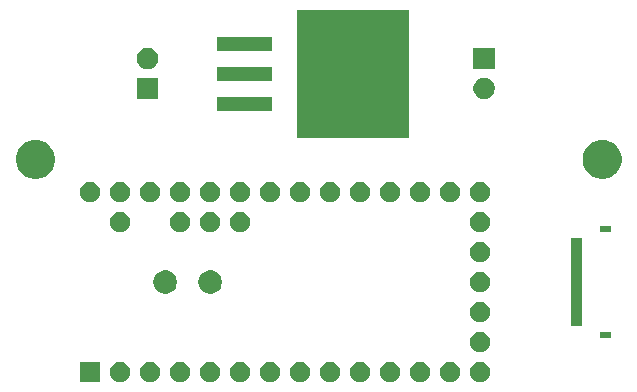
<source format=gbr>
G04 #@! TF.GenerationSoftware,KiCad,Pcbnew,(5.1.5)-2*
G04 #@! TF.CreationDate,2019-12-03T22:48:31+10:00*
G04 #@! TF.ProjectId,teensy-carrier,7465656e-7379-42d6-9361-72726965722e,rev?*
G04 #@! TF.SameCoordinates,Original*
G04 #@! TF.FileFunction,Soldermask,Top*
G04 #@! TF.FilePolarity,Negative*
%FSLAX46Y46*%
G04 Gerber Fmt 4.6, Leading zero omitted, Abs format (unit mm)*
G04 Created by KiCad (PCBNEW (5.1.5)-2) date 2019-12-03 22:48:31*
%MOMM*%
%LPD*%
G04 APERTURE LIST*
%ADD10C,0.100000*%
G04 APERTURE END LIST*
D10*
G36*
X708908228Y-396691703D02*
G01*
X709063100Y-396755853D01*
X709202481Y-396848985D01*
X709321015Y-396967519D01*
X709414147Y-397106900D01*
X709478297Y-397261772D01*
X709511000Y-397426184D01*
X709511000Y-397593816D01*
X709478297Y-397758228D01*
X709414147Y-397913100D01*
X709321015Y-398052481D01*
X709202481Y-398171015D01*
X709063100Y-398264147D01*
X708908228Y-398328297D01*
X708743816Y-398361000D01*
X708576184Y-398361000D01*
X708411772Y-398328297D01*
X708256900Y-398264147D01*
X708117519Y-398171015D01*
X707998985Y-398052481D01*
X707905853Y-397913100D01*
X707841703Y-397758228D01*
X707809000Y-397593816D01*
X707809000Y-397426184D01*
X707841703Y-397261772D01*
X707905853Y-397106900D01*
X707998985Y-396967519D01*
X708117519Y-396848985D01*
X708256900Y-396755853D01*
X708411772Y-396691703D01*
X708576184Y-396659000D01*
X708743816Y-396659000D01*
X708908228Y-396691703D01*
G37*
G36*
X706368228Y-396691703D02*
G01*
X706523100Y-396755853D01*
X706662481Y-396848985D01*
X706781015Y-396967519D01*
X706874147Y-397106900D01*
X706938297Y-397261772D01*
X706971000Y-397426184D01*
X706971000Y-397593816D01*
X706938297Y-397758228D01*
X706874147Y-397913100D01*
X706781015Y-398052481D01*
X706662481Y-398171015D01*
X706523100Y-398264147D01*
X706368228Y-398328297D01*
X706203816Y-398361000D01*
X706036184Y-398361000D01*
X705871772Y-398328297D01*
X705716900Y-398264147D01*
X705577519Y-398171015D01*
X705458985Y-398052481D01*
X705365853Y-397913100D01*
X705301703Y-397758228D01*
X705269000Y-397593816D01*
X705269000Y-397426184D01*
X705301703Y-397261772D01*
X705365853Y-397106900D01*
X705458985Y-396967519D01*
X705577519Y-396848985D01*
X705716900Y-396755853D01*
X705871772Y-396691703D01*
X706036184Y-396659000D01*
X706203816Y-396659000D01*
X706368228Y-396691703D01*
G37*
G36*
X703828228Y-396691703D02*
G01*
X703983100Y-396755853D01*
X704122481Y-396848985D01*
X704241015Y-396967519D01*
X704334147Y-397106900D01*
X704398297Y-397261772D01*
X704431000Y-397426184D01*
X704431000Y-397593816D01*
X704398297Y-397758228D01*
X704334147Y-397913100D01*
X704241015Y-398052481D01*
X704122481Y-398171015D01*
X703983100Y-398264147D01*
X703828228Y-398328297D01*
X703663816Y-398361000D01*
X703496184Y-398361000D01*
X703331772Y-398328297D01*
X703176900Y-398264147D01*
X703037519Y-398171015D01*
X702918985Y-398052481D01*
X702825853Y-397913100D01*
X702761703Y-397758228D01*
X702729000Y-397593816D01*
X702729000Y-397426184D01*
X702761703Y-397261772D01*
X702825853Y-397106900D01*
X702918985Y-396967519D01*
X703037519Y-396848985D01*
X703176900Y-396755853D01*
X703331772Y-396691703D01*
X703496184Y-396659000D01*
X703663816Y-396659000D01*
X703828228Y-396691703D01*
G37*
G36*
X701288228Y-396691703D02*
G01*
X701443100Y-396755853D01*
X701582481Y-396848985D01*
X701701015Y-396967519D01*
X701794147Y-397106900D01*
X701858297Y-397261772D01*
X701891000Y-397426184D01*
X701891000Y-397593816D01*
X701858297Y-397758228D01*
X701794147Y-397913100D01*
X701701015Y-398052481D01*
X701582481Y-398171015D01*
X701443100Y-398264147D01*
X701288228Y-398328297D01*
X701123816Y-398361000D01*
X700956184Y-398361000D01*
X700791772Y-398328297D01*
X700636900Y-398264147D01*
X700497519Y-398171015D01*
X700378985Y-398052481D01*
X700285853Y-397913100D01*
X700221703Y-397758228D01*
X700189000Y-397593816D01*
X700189000Y-397426184D01*
X700221703Y-397261772D01*
X700285853Y-397106900D01*
X700378985Y-396967519D01*
X700497519Y-396848985D01*
X700636900Y-396755853D01*
X700791772Y-396691703D01*
X700956184Y-396659000D01*
X701123816Y-396659000D01*
X701288228Y-396691703D01*
G37*
G36*
X698748228Y-396691703D02*
G01*
X698903100Y-396755853D01*
X699042481Y-396848985D01*
X699161015Y-396967519D01*
X699254147Y-397106900D01*
X699318297Y-397261772D01*
X699351000Y-397426184D01*
X699351000Y-397593816D01*
X699318297Y-397758228D01*
X699254147Y-397913100D01*
X699161015Y-398052481D01*
X699042481Y-398171015D01*
X698903100Y-398264147D01*
X698748228Y-398328297D01*
X698583816Y-398361000D01*
X698416184Y-398361000D01*
X698251772Y-398328297D01*
X698096900Y-398264147D01*
X697957519Y-398171015D01*
X697838985Y-398052481D01*
X697745853Y-397913100D01*
X697681703Y-397758228D01*
X697649000Y-397593816D01*
X697649000Y-397426184D01*
X697681703Y-397261772D01*
X697745853Y-397106900D01*
X697838985Y-396967519D01*
X697957519Y-396848985D01*
X698096900Y-396755853D01*
X698251772Y-396691703D01*
X698416184Y-396659000D01*
X698583816Y-396659000D01*
X698748228Y-396691703D01*
G37*
G36*
X696208228Y-396691703D02*
G01*
X696363100Y-396755853D01*
X696502481Y-396848985D01*
X696621015Y-396967519D01*
X696714147Y-397106900D01*
X696778297Y-397261772D01*
X696811000Y-397426184D01*
X696811000Y-397593816D01*
X696778297Y-397758228D01*
X696714147Y-397913100D01*
X696621015Y-398052481D01*
X696502481Y-398171015D01*
X696363100Y-398264147D01*
X696208228Y-398328297D01*
X696043816Y-398361000D01*
X695876184Y-398361000D01*
X695711772Y-398328297D01*
X695556900Y-398264147D01*
X695417519Y-398171015D01*
X695298985Y-398052481D01*
X695205853Y-397913100D01*
X695141703Y-397758228D01*
X695109000Y-397593816D01*
X695109000Y-397426184D01*
X695141703Y-397261772D01*
X695205853Y-397106900D01*
X695298985Y-396967519D01*
X695417519Y-396848985D01*
X695556900Y-396755853D01*
X695711772Y-396691703D01*
X695876184Y-396659000D01*
X696043816Y-396659000D01*
X696208228Y-396691703D01*
G37*
G36*
X693668228Y-396691703D02*
G01*
X693823100Y-396755853D01*
X693962481Y-396848985D01*
X694081015Y-396967519D01*
X694174147Y-397106900D01*
X694238297Y-397261772D01*
X694271000Y-397426184D01*
X694271000Y-397593816D01*
X694238297Y-397758228D01*
X694174147Y-397913100D01*
X694081015Y-398052481D01*
X693962481Y-398171015D01*
X693823100Y-398264147D01*
X693668228Y-398328297D01*
X693503816Y-398361000D01*
X693336184Y-398361000D01*
X693171772Y-398328297D01*
X693016900Y-398264147D01*
X692877519Y-398171015D01*
X692758985Y-398052481D01*
X692665853Y-397913100D01*
X692601703Y-397758228D01*
X692569000Y-397593816D01*
X692569000Y-397426184D01*
X692601703Y-397261772D01*
X692665853Y-397106900D01*
X692758985Y-396967519D01*
X692877519Y-396848985D01*
X693016900Y-396755853D01*
X693171772Y-396691703D01*
X693336184Y-396659000D01*
X693503816Y-396659000D01*
X693668228Y-396691703D01*
G37*
G36*
X691128228Y-396691703D02*
G01*
X691283100Y-396755853D01*
X691422481Y-396848985D01*
X691541015Y-396967519D01*
X691634147Y-397106900D01*
X691698297Y-397261772D01*
X691731000Y-397426184D01*
X691731000Y-397593816D01*
X691698297Y-397758228D01*
X691634147Y-397913100D01*
X691541015Y-398052481D01*
X691422481Y-398171015D01*
X691283100Y-398264147D01*
X691128228Y-398328297D01*
X690963816Y-398361000D01*
X690796184Y-398361000D01*
X690631772Y-398328297D01*
X690476900Y-398264147D01*
X690337519Y-398171015D01*
X690218985Y-398052481D01*
X690125853Y-397913100D01*
X690061703Y-397758228D01*
X690029000Y-397593816D01*
X690029000Y-397426184D01*
X690061703Y-397261772D01*
X690125853Y-397106900D01*
X690218985Y-396967519D01*
X690337519Y-396848985D01*
X690476900Y-396755853D01*
X690631772Y-396691703D01*
X690796184Y-396659000D01*
X690963816Y-396659000D01*
X691128228Y-396691703D01*
G37*
G36*
X688588228Y-396691703D02*
G01*
X688743100Y-396755853D01*
X688882481Y-396848985D01*
X689001015Y-396967519D01*
X689094147Y-397106900D01*
X689158297Y-397261772D01*
X689191000Y-397426184D01*
X689191000Y-397593816D01*
X689158297Y-397758228D01*
X689094147Y-397913100D01*
X689001015Y-398052481D01*
X688882481Y-398171015D01*
X688743100Y-398264147D01*
X688588228Y-398328297D01*
X688423816Y-398361000D01*
X688256184Y-398361000D01*
X688091772Y-398328297D01*
X687936900Y-398264147D01*
X687797519Y-398171015D01*
X687678985Y-398052481D01*
X687585853Y-397913100D01*
X687521703Y-397758228D01*
X687489000Y-397593816D01*
X687489000Y-397426184D01*
X687521703Y-397261772D01*
X687585853Y-397106900D01*
X687678985Y-396967519D01*
X687797519Y-396848985D01*
X687936900Y-396755853D01*
X688091772Y-396691703D01*
X688256184Y-396659000D01*
X688423816Y-396659000D01*
X688588228Y-396691703D01*
G37*
G36*
X686048228Y-396691703D02*
G01*
X686203100Y-396755853D01*
X686342481Y-396848985D01*
X686461015Y-396967519D01*
X686554147Y-397106900D01*
X686618297Y-397261772D01*
X686651000Y-397426184D01*
X686651000Y-397593816D01*
X686618297Y-397758228D01*
X686554147Y-397913100D01*
X686461015Y-398052481D01*
X686342481Y-398171015D01*
X686203100Y-398264147D01*
X686048228Y-398328297D01*
X685883816Y-398361000D01*
X685716184Y-398361000D01*
X685551772Y-398328297D01*
X685396900Y-398264147D01*
X685257519Y-398171015D01*
X685138985Y-398052481D01*
X685045853Y-397913100D01*
X684981703Y-397758228D01*
X684949000Y-397593816D01*
X684949000Y-397426184D01*
X684981703Y-397261772D01*
X685045853Y-397106900D01*
X685138985Y-396967519D01*
X685257519Y-396848985D01*
X685396900Y-396755853D01*
X685551772Y-396691703D01*
X685716184Y-396659000D01*
X685883816Y-396659000D01*
X686048228Y-396691703D01*
G37*
G36*
X683508228Y-396691703D02*
G01*
X683663100Y-396755853D01*
X683802481Y-396848985D01*
X683921015Y-396967519D01*
X684014147Y-397106900D01*
X684078297Y-397261772D01*
X684111000Y-397426184D01*
X684111000Y-397593816D01*
X684078297Y-397758228D01*
X684014147Y-397913100D01*
X683921015Y-398052481D01*
X683802481Y-398171015D01*
X683663100Y-398264147D01*
X683508228Y-398328297D01*
X683343816Y-398361000D01*
X683176184Y-398361000D01*
X683011772Y-398328297D01*
X682856900Y-398264147D01*
X682717519Y-398171015D01*
X682598985Y-398052481D01*
X682505853Y-397913100D01*
X682441703Y-397758228D01*
X682409000Y-397593816D01*
X682409000Y-397426184D01*
X682441703Y-397261772D01*
X682505853Y-397106900D01*
X682598985Y-396967519D01*
X682717519Y-396848985D01*
X682856900Y-396755853D01*
X683011772Y-396691703D01*
X683176184Y-396659000D01*
X683343816Y-396659000D01*
X683508228Y-396691703D01*
G37*
G36*
X680968228Y-396691703D02*
G01*
X681123100Y-396755853D01*
X681262481Y-396848985D01*
X681381015Y-396967519D01*
X681474147Y-397106900D01*
X681538297Y-397261772D01*
X681571000Y-397426184D01*
X681571000Y-397593816D01*
X681538297Y-397758228D01*
X681474147Y-397913100D01*
X681381015Y-398052481D01*
X681262481Y-398171015D01*
X681123100Y-398264147D01*
X680968228Y-398328297D01*
X680803816Y-398361000D01*
X680636184Y-398361000D01*
X680471772Y-398328297D01*
X680316900Y-398264147D01*
X680177519Y-398171015D01*
X680058985Y-398052481D01*
X679965853Y-397913100D01*
X679901703Y-397758228D01*
X679869000Y-397593816D01*
X679869000Y-397426184D01*
X679901703Y-397261772D01*
X679965853Y-397106900D01*
X680058985Y-396967519D01*
X680177519Y-396848985D01*
X680316900Y-396755853D01*
X680471772Y-396691703D01*
X680636184Y-396659000D01*
X680803816Y-396659000D01*
X680968228Y-396691703D01*
G37*
G36*
X678428228Y-396691703D02*
G01*
X678583100Y-396755853D01*
X678722481Y-396848985D01*
X678841015Y-396967519D01*
X678934147Y-397106900D01*
X678998297Y-397261772D01*
X679031000Y-397426184D01*
X679031000Y-397593816D01*
X678998297Y-397758228D01*
X678934147Y-397913100D01*
X678841015Y-398052481D01*
X678722481Y-398171015D01*
X678583100Y-398264147D01*
X678428228Y-398328297D01*
X678263816Y-398361000D01*
X678096184Y-398361000D01*
X677931772Y-398328297D01*
X677776900Y-398264147D01*
X677637519Y-398171015D01*
X677518985Y-398052481D01*
X677425853Y-397913100D01*
X677361703Y-397758228D01*
X677329000Y-397593816D01*
X677329000Y-397426184D01*
X677361703Y-397261772D01*
X677425853Y-397106900D01*
X677518985Y-396967519D01*
X677637519Y-396848985D01*
X677776900Y-396755853D01*
X677931772Y-396691703D01*
X678096184Y-396659000D01*
X678263816Y-396659000D01*
X678428228Y-396691703D01*
G37*
G36*
X676491000Y-398361000D02*
G01*
X674789000Y-398361000D01*
X674789000Y-396659000D01*
X676491000Y-396659000D01*
X676491000Y-398361000D01*
G37*
G36*
X708908228Y-394151703D02*
G01*
X709063100Y-394215853D01*
X709202481Y-394308985D01*
X709321015Y-394427519D01*
X709414147Y-394566900D01*
X709478297Y-394721772D01*
X709511000Y-394886184D01*
X709511000Y-395053816D01*
X709478297Y-395218228D01*
X709414147Y-395373100D01*
X709321015Y-395512481D01*
X709202481Y-395631015D01*
X709063100Y-395724147D01*
X708908228Y-395788297D01*
X708743816Y-395821000D01*
X708576184Y-395821000D01*
X708411772Y-395788297D01*
X708256900Y-395724147D01*
X708117519Y-395631015D01*
X707998985Y-395512481D01*
X707905853Y-395373100D01*
X707841703Y-395218228D01*
X707809000Y-395053816D01*
X707809000Y-394886184D01*
X707841703Y-394721772D01*
X707905853Y-394566900D01*
X707998985Y-394427519D01*
X708117519Y-394308985D01*
X708256900Y-394215853D01*
X708411772Y-394151703D01*
X708576184Y-394119000D01*
X708743816Y-394119000D01*
X708908228Y-394151703D01*
G37*
G36*
X719751000Y-394641000D02*
G01*
X718849000Y-394641000D01*
X718849000Y-394139000D01*
X719751000Y-394139000D01*
X719751000Y-394641000D01*
G37*
G36*
X717251000Y-393591000D02*
G01*
X716349000Y-393591000D01*
X716349000Y-386189000D01*
X717251000Y-386189000D01*
X717251000Y-393591000D01*
G37*
G36*
X708908228Y-391611703D02*
G01*
X709063100Y-391675853D01*
X709202481Y-391768985D01*
X709321015Y-391887519D01*
X709414147Y-392026900D01*
X709478297Y-392181772D01*
X709511000Y-392346184D01*
X709511000Y-392513816D01*
X709478297Y-392678228D01*
X709414147Y-392833100D01*
X709321015Y-392972481D01*
X709202481Y-393091015D01*
X709063100Y-393184147D01*
X708908228Y-393248297D01*
X708743816Y-393281000D01*
X708576184Y-393281000D01*
X708411772Y-393248297D01*
X708256900Y-393184147D01*
X708117519Y-393091015D01*
X707998985Y-392972481D01*
X707905853Y-392833100D01*
X707841703Y-392678228D01*
X707809000Y-392513816D01*
X707809000Y-392346184D01*
X707841703Y-392181772D01*
X707905853Y-392026900D01*
X707998985Y-391887519D01*
X708117519Y-391768985D01*
X708256900Y-391675853D01*
X708411772Y-391611703D01*
X708576184Y-391579000D01*
X708743816Y-391579000D01*
X708908228Y-391611703D01*
G37*
G36*
X685995285Y-388908234D02*
G01*
X686091981Y-388927468D01*
X686274151Y-389002926D01*
X686438100Y-389112473D01*
X686577527Y-389251900D01*
X686687074Y-389415849D01*
X686762532Y-389598019D01*
X686801000Y-389791410D01*
X686801000Y-389988590D01*
X686762532Y-390181981D01*
X686687074Y-390364151D01*
X686577527Y-390528100D01*
X686438100Y-390667527D01*
X686274151Y-390777074D01*
X686091981Y-390852532D01*
X685995285Y-390871766D01*
X685898591Y-390891000D01*
X685701409Y-390891000D01*
X685508019Y-390852532D01*
X685325849Y-390777074D01*
X685161900Y-390667527D01*
X685022473Y-390528100D01*
X684912926Y-390364151D01*
X684837468Y-390181981D01*
X684799000Y-389988590D01*
X684799000Y-389791410D01*
X684837468Y-389598019D01*
X684912926Y-389415849D01*
X685022473Y-389251900D01*
X685161900Y-389112473D01*
X685325849Y-389002926D01*
X685508019Y-388927468D01*
X685604715Y-388908234D01*
X685701409Y-388889000D01*
X685898591Y-388889000D01*
X685995285Y-388908234D01*
G37*
G36*
X682185285Y-388908234D02*
G01*
X682281981Y-388927468D01*
X682464151Y-389002926D01*
X682628100Y-389112473D01*
X682767527Y-389251900D01*
X682877074Y-389415849D01*
X682952532Y-389598019D01*
X682991000Y-389791410D01*
X682991000Y-389988590D01*
X682952532Y-390181981D01*
X682877074Y-390364151D01*
X682767527Y-390528100D01*
X682628100Y-390667527D01*
X682464151Y-390777074D01*
X682281981Y-390852532D01*
X682185285Y-390871766D01*
X682088591Y-390891000D01*
X681891409Y-390891000D01*
X681698019Y-390852532D01*
X681515849Y-390777074D01*
X681351900Y-390667527D01*
X681212473Y-390528100D01*
X681102926Y-390364151D01*
X681027468Y-390181981D01*
X680989000Y-389988590D01*
X680989000Y-389791410D01*
X681027468Y-389598019D01*
X681102926Y-389415849D01*
X681212473Y-389251900D01*
X681351900Y-389112473D01*
X681515849Y-389002926D01*
X681698019Y-388927468D01*
X681794715Y-388908234D01*
X681891409Y-388889000D01*
X682088591Y-388889000D01*
X682185285Y-388908234D01*
G37*
G36*
X708908228Y-389071703D02*
G01*
X709063100Y-389135853D01*
X709202481Y-389228985D01*
X709321015Y-389347519D01*
X709414147Y-389486900D01*
X709478297Y-389641772D01*
X709511000Y-389806184D01*
X709511000Y-389973816D01*
X709478297Y-390138228D01*
X709414147Y-390293100D01*
X709321015Y-390432481D01*
X709202481Y-390551015D01*
X709063100Y-390644147D01*
X708908228Y-390708297D01*
X708743816Y-390741000D01*
X708576184Y-390741000D01*
X708411772Y-390708297D01*
X708256900Y-390644147D01*
X708117519Y-390551015D01*
X707998985Y-390432481D01*
X707905853Y-390293100D01*
X707841703Y-390138228D01*
X707809000Y-389973816D01*
X707809000Y-389806184D01*
X707841703Y-389641772D01*
X707905853Y-389486900D01*
X707998985Y-389347519D01*
X708117519Y-389228985D01*
X708256900Y-389135853D01*
X708411772Y-389071703D01*
X708576184Y-389039000D01*
X708743816Y-389039000D01*
X708908228Y-389071703D01*
G37*
G36*
X708908228Y-386531703D02*
G01*
X709063100Y-386595853D01*
X709202481Y-386688985D01*
X709321015Y-386807519D01*
X709414147Y-386946900D01*
X709478297Y-387101772D01*
X709511000Y-387266184D01*
X709511000Y-387433816D01*
X709478297Y-387598228D01*
X709414147Y-387753100D01*
X709321015Y-387892481D01*
X709202481Y-388011015D01*
X709063100Y-388104147D01*
X708908228Y-388168297D01*
X708743816Y-388201000D01*
X708576184Y-388201000D01*
X708411772Y-388168297D01*
X708256900Y-388104147D01*
X708117519Y-388011015D01*
X707998985Y-387892481D01*
X707905853Y-387753100D01*
X707841703Y-387598228D01*
X707809000Y-387433816D01*
X707809000Y-387266184D01*
X707841703Y-387101772D01*
X707905853Y-386946900D01*
X707998985Y-386807519D01*
X708117519Y-386688985D01*
X708256900Y-386595853D01*
X708411772Y-386531703D01*
X708576184Y-386499000D01*
X708743816Y-386499000D01*
X708908228Y-386531703D01*
G37*
G36*
X678428228Y-383991703D02*
G01*
X678583100Y-384055853D01*
X678722481Y-384148985D01*
X678841015Y-384267519D01*
X678934147Y-384406900D01*
X678998297Y-384561772D01*
X679031000Y-384726184D01*
X679031000Y-384893816D01*
X678998297Y-385058228D01*
X678934147Y-385213100D01*
X678841015Y-385352481D01*
X678722481Y-385471015D01*
X678583100Y-385564147D01*
X678428228Y-385628297D01*
X678263816Y-385661000D01*
X678096184Y-385661000D01*
X677931772Y-385628297D01*
X677776900Y-385564147D01*
X677637519Y-385471015D01*
X677518985Y-385352481D01*
X677425853Y-385213100D01*
X677361703Y-385058228D01*
X677329000Y-384893816D01*
X677329000Y-384726184D01*
X677361703Y-384561772D01*
X677425853Y-384406900D01*
X677518985Y-384267519D01*
X677637519Y-384148985D01*
X677776900Y-384055853D01*
X677931772Y-383991703D01*
X678096184Y-383959000D01*
X678263816Y-383959000D01*
X678428228Y-383991703D01*
G37*
G36*
X686048228Y-383991703D02*
G01*
X686203100Y-384055853D01*
X686342481Y-384148985D01*
X686461015Y-384267519D01*
X686554147Y-384406900D01*
X686618297Y-384561772D01*
X686651000Y-384726184D01*
X686651000Y-384893816D01*
X686618297Y-385058228D01*
X686554147Y-385213100D01*
X686461015Y-385352481D01*
X686342481Y-385471015D01*
X686203100Y-385564147D01*
X686048228Y-385628297D01*
X685883816Y-385661000D01*
X685716184Y-385661000D01*
X685551772Y-385628297D01*
X685396900Y-385564147D01*
X685257519Y-385471015D01*
X685138985Y-385352481D01*
X685045853Y-385213100D01*
X684981703Y-385058228D01*
X684949000Y-384893816D01*
X684949000Y-384726184D01*
X684981703Y-384561772D01*
X685045853Y-384406900D01*
X685138985Y-384267519D01*
X685257519Y-384148985D01*
X685396900Y-384055853D01*
X685551772Y-383991703D01*
X685716184Y-383959000D01*
X685883816Y-383959000D01*
X686048228Y-383991703D01*
G37*
G36*
X708908228Y-383991703D02*
G01*
X709063100Y-384055853D01*
X709202481Y-384148985D01*
X709321015Y-384267519D01*
X709414147Y-384406900D01*
X709478297Y-384561772D01*
X709511000Y-384726184D01*
X709511000Y-384893816D01*
X709478297Y-385058228D01*
X709414147Y-385213100D01*
X709321015Y-385352481D01*
X709202481Y-385471015D01*
X709063100Y-385564147D01*
X708908228Y-385628297D01*
X708743816Y-385661000D01*
X708576184Y-385661000D01*
X708411772Y-385628297D01*
X708256900Y-385564147D01*
X708117519Y-385471015D01*
X707998985Y-385352481D01*
X707905853Y-385213100D01*
X707841703Y-385058228D01*
X707809000Y-384893816D01*
X707809000Y-384726184D01*
X707841703Y-384561772D01*
X707905853Y-384406900D01*
X707998985Y-384267519D01*
X708117519Y-384148985D01*
X708256900Y-384055853D01*
X708411772Y-383991703D01*
X708576184Y-383959000D01*
X708743816Y-383959000D01*
X708908228Y-383991703D01*
G37*
G36*
X683508228Y-383991703D02*
G01*
X683663100Y-384055853D01*
X683802481Y-384148985D01*
X683921015Y-384267519D01*
X684014147Y-384406900D01*
X684078297Y-384561772D01*
X684111000Y-384726184D01*
X684111000Y-384893816D01*
X684078297Y-385058228D01*
X684014147Y-385213100D01*
X683921015Y-385352481D01*
X683802481Y-385471015D01*
X683663100Y-385564147D01*
X683508228Y-385628297D01*
X683343816Y-385661000D01*
X683176184Y-385661000D01*
X683011772Y-385628297D01*
X682856900Y-385564147D01*
X682717519Y-385471015D01*
X682598985Y-385352481D01*
X682505853Y-385213100D01*
X682441703Y-385058228D01*
X682409000Y-384893816D01*
X682409000Y-384726184D01*
X682441703Y-384561772D01*
X682505853Y-384406900D01*
X682598985Y-384267519D01*
X682717519Y-384148985D01*
X682856900Y-384055853D01*
X683011772Y-383991703D01*
X683176184Y-383959000D01*
X683343816Y-383959000D01*
X683508228Y-383991703D01*
G37*
G36*
X688588228Y-383991703D02*
G01*
X688743100Y-384055853D01*
X688882481Y-384148985D01*
X689001015Y-384267519D01*
X689094147Y-384406900D01*
X689158297Y-384561772D01*
X689191000Y-384726184D01*
X689191000Y-384893816D01*
X689158297Y-385058228D01*
X689094147Y-385213100D01*
X689001015Y-385352481D01*
X688882481Y-385471015D01*
X688743100Y-385564147D01*
X688588228Y-385628297D01*
X688423816Y-385661000D01*
X688256184Y-385661000D01*
X688091772Y-385628297D01*
X687936900Y-385564147D01*
X687797519Y-385471015D01*
X687678985Y-385352481D01*
X687585853Y-385213100D01*
X687521703Y-385058228D01*
X687489000Y-384893816D01*
X687489000Y-384726184D01*
X687521703Y-384561772D01*
X687585853Y-384406900D01*
X687678985Y-384267519D01*
X687797519Y-384148985D01*
X687936900Y-384055853D01*
X688091772Y-383991703D01*
X688256184Y-383959000D01*
X688423816Y-383959000D01*
X688588228Y-383991703D01*
G37*
G36*
X719751000Y-385641000D02*
G01*
X718849000Y-385641000D01*
X718849000Y-385139000D01*
X719751000Y-385139000D01*
X719751000Y-385641000D01*
G37*
G36*
X696208228Y-381451703D02*
G01*
X696363100Y-381515853D01*
X696502481Y-381608985D01*
X696621015Y-381727519D01*
X696714147Y-381866900D01*
X696778297Y-382021772D01*
X696811000Y-382186184D01*
X696811000Y-382353816D01*
X696778297Y-382518228D01*
X696714147Y-382673100D01*
X696621015Y-382812481D01*
X696502481Y-382931015D01*
X696363100Y-383024147D01*
X696208228Y-383088297D01*
X696043816Y-383121000D01*
X695876184Y-383121000D01*
X695711772Y-383088297D01*
X695556900Y-383024147D01*
X695417519Y-382931015D01*
X695298985Y-382812481D01*
X695205853Y-382673100D01*
X695141703Y-382518228D01*
X695109000Y-382353816D01*
X695109000Y-382186184D01*
X695141703Y-382021772D01*
X695205853Y-381866900D01*
X695298985Y-381727519D01*
X695417519Y-381608985D01*
X695556900Y-381515853D01*
X695711772Y-381451703D01*
X695876184Y-381419000D01*
X696043816Y-381419000D01*
X696208228Y-381451703D01*
G37*
G36*
X688588228Y-381451703D02*
G01*
X688743100Y-381515853D01*
X688882481Y-381608985D01*
X689001015Y-381727519D01*
X689094147Y-381866900D01*
X689158297Y-382021772D01*
X689191000Y-382186184D01*
X689191000Y-382353816D01*
X689158297Y-382518228D01*
X689094147Y-382673100D01*
X689001015Y-382812481D01*
X688882481Y-382931015D01*
X688743100Y-383024147D01*
X688588228Y-383088297D01*
X688423816Y-383121000D01*
X688256184Y-383121000D01*
X688091772Y-383088297D01*
X687936900Y-383024147D01*
X687797519Y-382931015D01*
X687678985Y-382812481D01*
X687585853Y-382673100D01*
X687521703Y-382518228D01*
X687489000Y-382353816D01*
X687489000Y-382186184D01*
X687521703Y-382021772D01*
X687585853Y-381866900D01*
X687678985Y-381727519D01*
X687797519Y-381608985D01*
X687936900Y-381515853D01*
X688091772Y-381451703D01*
X688256184Y-381419000D01*
X688423816Y-381419000D01*
X688588228Y-381451703D01*
G37*
G36*
X691128228Y-381451703D02*
G01*
X691283100Y-381515853D01*
X691422481Y-381608985D01*
X691541015Y-381727519D01*
X691634147Y-381866900D01*
X691698297Y-382021772D01*
X691731000Y-382186184D01*
X691731000Y-382353816D01*
X691698297Y-382518228D01*
X691634147Y-382673100D01*
X691541015Y-382812481D01*
X691422481Y-382931015D01*
X691283100Y-383024147D01*
X691128228Y-383088297D01*
X690963816Y-383121000D01*
X690796184Y-383121000D01*
X690631772Y-383088297D01*
X690476900Y-383024147D01*
X690337519Y-382931015D01*
X690218985Y-382812481D01*
X690125853Y-382673100D01*
X690061703Y-382518228D01*
X690029000Y-382353816D01*
X690029000Y-382186184D01*
X690061703Y-382021772D01*
X690125853Y-381866900D01*
X690218985Y-381727519D01*
X690337519Y-381608985D01*
X690476900Y-381515853D01*
X690631772Y-381451703D01*
X690796184Y-381419000D01*
X690963816Y-381419000D01*
X691128228Y-381451703D01*
G37*
G36*
X693668228Y-381451703D02*
G01*
X693823100Y-381515853D01*
X693962481Y-381608985D01*
X694081015Y-381727519D01*
X694174147Y-381866900D01*
X694238297Y-382021772D01*
X694271000Y-382186184D01*
X694271000Y-382353816D01*
X694238297Y-382518228D01*
X694174147Y-382673100D01*
X694081015Y-382812481D01*
X693962481Y-382931015D01*
X693823100Y-383024147D01*
X693668228Y-383088297D01*
X693503816Y-383121000D01*
X693336184Y-383121000D01*
X693171772Y-383088297D01*
X693016900Y-383024147D01*
X692877519Y-382931015D01*
X692758985Y-382812481D01*
X692665853Y-382673100D01*
X692601703Y-382518228D01*
X692569000Y-382353816D01*
X692569000Y-382186184D01*
X692601703Y-382021772D01*
X692665853Y-381866900D01*
X692758985Y-381727519D01*
X692877519Y-381608985D01*
X693016900Y-381515853D01*
X693171772Y-381451703D01*
X693336184Y-381419000D01*
X693503816Y-381419000D01*
X693668228Y-381451703D01*
G37*
G36*
X698748228Y-381451703D02*
G01*
X698903100Y-381515853D01*
X699042481Y-381608985D01*
X699161015Y-381727519D01*
X699254147Y-381866900D01*
X699318297Y-382021772D01*
X699351000Y-382186184D01*
X699351000Y-382353816D01*
X699318297Y-382518228D01*
X699254147Y-382673100D01*
X699161015Y-382812481D01*
X699042481Y-382931015D01*
X698903100Y-383024147D01*
X698748228Y-383088297D01*
X698583816Y-383121000D01*
X698416184Y-383121000D01*
X698251772Y-383088297D01*
X698096900Y-383024147D01*
X697957519Y-382931015D01*
X697838985Y-382812481D01*
X697745853Y-382673100D01*
X697681703Y-382518228D01*
X697649000Y-382353816D01*
X697649000Y-382186184D01*
X697681703Y-382021772D01*
X697745853Y-381866900D01*
X697838985Y-381727519D01*
X697957519Y-381608985D01*
X698096900Y-381515853D01*
X698251772Y-381451703D01*
X698416184Y-381419000D01*
X698583816Y-381419000D01*
X698748228Y-381451703D01*
G37*
G36*
X701288228Y-381451703D02*
G01*
X701443100Y-381515853D01*
X701582481Y-381608985D01*
X701701015Y-381727519D01*
X701794147Y-381866900D01*
X701858297Y-382021772D01*
X701891000Y-382186184D01*
X701891000Y-382353816D01*
X701858297Y-382518228D01*
X701794147Y-382673100D01*
X701701015Y-382812481D01*
X701582481Y-382931015D01*
X701443100Y-383024147D01*
X701288228Y-383088297D01*
X701123816Y-383121000D01*
X700956184Y-383121000D01*
X700791772Y-383088297D01*
X700636900Y-383024147D01*
X700497519Y-382931015D01*
X700378985Y-382812481D01*
X700285853Y-382673100D01*
X700221703Y-382518228D01*
X700189000Y-382353816D01*
X700189000Y-382186184D01*
X700221703Y-382021772D01*
X700285853Y-381866900D01*
X700378985Y-381727519D01*
X700497519Y-381608985D01*
X700636900Y-381515853D01*
X700791772Y-381451703D01*
X700956184Y-381419000D01*
X701123816Y-381419000D01*
X701288228Y-381451703D01*
G37*
G36*
X703828228Y-381451703D02*
G01*
X703983100Y-381515853D01*
X704122481Y-381608985D01*
X704241015Y-381727519D01*
X704334147Y-381866900D01*
X704398297Y-382021772D01*
X704431000Y-382186184D01*
X704431000Y-382353816D01*
X704398297Y-382518228D01*
X704334147Y-382673100D01*
X704241015Y-382812481D01*
X704122481Y-382931015D01*
X703983100Y-383024147D01*
X703828228Y-383088297D01*
X703663816Y-383121000D01*
X703496184Y-383121000D01*
X703331772Y-383088297D01*
X703176900Y-383024147D01*
X703037519Y-382931015D01*
X702918985Y-382812481D01*
X702825853Y-382673100D01*
X702761703Y-382518228D01*
X702729000Y-382353816D01*
X702729000Y-382186184D01*
X702761703Y-382021772D01*
X702825853Y-381866900D01*
X702918985Y-381727519D01*
X703037519Y-381608985D01*
X703176900Y-381515853D01*
X703331772Y-381451703D01*
X703496184Y-381419000D01*
X703663816Y-381419000D01*
X703828228Y-381451703D01*
G37*
G36*
X683508228Y-381451703D02*
G01*
X683663100Y-381515853D01*
X683802481Y-381608985D01*
X683921015Y-381727519D01*
X684014147Y-381866900D01*
X684078297Y-382021772D01*
X684111000Y-382186184D01*
X684111000Y-382353816D01*
X684078297Y-382518228D01*
X684014147Y-382673100D01*
X683921015Y-382812481D01*
X683802481Y-382931015D01*
X683663100Y-383024147D01*
X683508228Y-383088297D01*
X683343816Y-383121000D01*
X683176184Y-383121000D01*
X683011772Y-383088297D01*
X682856900Y-383024147D01*
X682717519Y-382931015D01*
X682598985Y-382812481D01*
X682505853Y-382673100D01*
X682441703Y-382518228D01*
X682409000Y-382353816D01*
X682409000Y-382186184D01*
X682441703Y-382021772D01*
X682505853Y-381866900D01*
X682598985Y-381727519D01*
X682717519Y-381608985D01*
X682856900Y-381515853D01*
X683011772Y-381451703D01*
X683176184Y-381419000D01*
X683343816Y-381419000D01*
X683508228Y-381451703D01*
G37*
G36*
X680968228Y-381451703D02*
G01*
X681123100Y-381515853D01*
X681262481Y-381608985D01*
X681381015Y-381727519D01*
X681474147Y-381866900D01*
X681538297Y-382021772D01*
X681571000Y-382186184D01*
X681571000Y-382353816D01*
X681538297Y-382518228D01*
X681474147Y-382673100D01*
X681381015Y-382812481D01*
X681262481Y-382931015D01*
X681123100Y-383024147D01*
X680968228Y-383088297D01*
X680803816Y-383121000D01*
X680636184Y-383121000D01*
X680471772Y-383088297D01*
X680316900Y-383024147D01*
X680177519Y-382931015D01*
X680058985Y-382812481D01*
X679965853Y-382673100D01*
X679901703Y-382518228D01*
X679869000Y-382353816D01*
X679869000Y-382186184D01*
X679901703Y-382021772D01*
X679965853Y-381866900D01*
X680058985Y-381727519D01*
X680177519Y-381608985D01*
X680316900Y-381515853D01*
X680471772Y-381451703D01*
X680636184Y-381419000D01*
X680803816Y-381419000D01*
X680968228Y-381451703D01*
G37*
G36*
X708908228Y-381451703D02*
G01*
X709063100Y-381515853D01*
X709202481Y-381608985D01*
X709321015Y-381727519D01*
X709414147Y-381866900D01*
X709478297Y-382021772D01*
X709511000Y-382186184D01*
X709511000Y-382353816D01*
X709478297Y-382518228D01*
X709414147Y-382673100D01*
X709321015Y-382812481D01*
X709202481Y-382931015D01*
X709063100Y-383024147D01*
X708908228Y-383088297D01*
X708743816Y-383121000D01*
X708576184Y-383121000D01*
X708411772Y-383088297D01*
X708256900Y-383024147D01*
X708117519Y-382931015D01*
X707998985Y-382812481D01*
X707905853Y-382673100D01*
X707841703Y-382518228D01*
X707809000Y-382353816D01*
X707809000Y-382186184D01*
X707841703Y-382021772D01*
X707905853Y-381866900D01*
X707998985Y-381727519D01*
X708117519Y-381608985D01*
X708256900Y-381515853D01*
X708411772Y-381451703D01*
X708576184Y-381419000D01*
X708743816Y-381419000D01*
X708908228Y-381451703D01*
G37*
G36*
X678428228Y-381451703D02*
G01*
X678583100Y-381515853D01*
X678722481Y-381608985D01*
X678841015Y-381727519D01*
X678934147Y-381866900D01*
X678998297Y-382021772D01*
X679031000Y-382186184D01*
X679031000Y-382353816D01*
X678998297Y-382518228D01*
X678934147Y-382673100D01*
X678841015Y-382812481D01*
X678722481Y-382931015D01*
X678583100Y-383024147D01*
X678428228Y-383088297D01*
X678263816Y-383121000D01*
X678096184Y-383121000D01*
X677931772Y-383088297D01*
X677776900Y-383024147D01*
X677637519Y-382931015D01*
X677518985Y-382812481D01*
X677425853Y-382673100D01*
X677361703Y-382518228D01*
X677329000Y-382353816D01*
X677329000Y-382186184D01*
X677361703Y-382021772D01*
X677425853Y-381866900D01*
X677518985Y-381727519D01*
X677637519Y-381608985D01*
X677776900Y-381515853D01*
X677931772Y-381451703D01*
X678096184Y-381419000D01*
X678263816Y-381419000D01*
X678428228Y-381451703D01*
G37*
G36*
X675888228Y-381451703D02*
G01*
X676043100Y-381515853D01*
X676182481Y-381608985D01*
X676301015Y-381727519D01*
X676394147Y-381866900D01*
X676458297Y-382021772D01*
X676491000Y-382186184D01*
X676491000Y-382353816D01*
X676458297Y-382518228D01*
X676394147Y-382673100D01*
X676301015Y-382812481D01*
X676182481Y-382931015D01*
X676043100Y-383024147D01*
X675888228Y-383088297D01*
X675723816Y-383121000D01*
X675556184Y-383121000D01*
X675391772Y-383088297D01*
X675236900Y-383024147D01*
X675097519Y-382931015D01*
X674978985Y-382812481D01*
X674885853Y-382673100D01*
X674821703Y-382518228D01*
X674789000Y-382353816D01*
X674789000Y-382186184D01*
X674821703Y-382021772D01*
X674885853Y-381866900D01*
X674978985Y-381727519D01*
X675097519Y-381608985D01*
X675236900Y-381515853D01*
X675391772Y-381451703D01*
X675556184Y-381419000D01*
X675723816Y-381419000D01*
X675888228Y-381451703D01*
G37*
G36*
X686048228Y-381451703D02*
G01*
X686203100Y-381515853D01*
X686342481Y-381608985D01*
X686461015Y-381727519D01*
X686554147Y-381866900D01*
X686618297Y-382021772D01*
X686651000Y-382186184D01*
X686651000Y-382353816D01*
X686618297Y-382518228D01*
X686554147Y-382673100D01*
X686461015Y-382812481D01*
X686342481Y-382931015D01*
X686203100Y-383024147D01*
X686048228Y-383088297D01*
X685883816Y-383121000D01*
X685716184Y-383121000D01*
X685551772Y-383088297D01*
X685396900Y-383024147D01*
X685257519Y-382931015D01*
X685138985Y-382812481D01*
X685045853Y-382673100D01*
X684981703Y-382518228D01*
X684949000Y-382353816D01*
X684949000Y-382186184D01*
X684981703Y-382021772D01*
X685045853Y-381866900D01*
X685138985Y-381727519D01*
X685257519Y-381608985D01*
X685396900Y-381515853D01*
X685551772Y-381451703D01*
X685716184Y-381419000D01*
X685883816Y-381419000D01*
X686048228Y-381451703D01*
G37*
G36*
X706368228Y-381451703D02*
G01*
X706523100Y-381515853D01*
X706662481Y-381608985D01*
X706781015Y-381727519D01*
X706874147Y-381866900D01*
X706938297Y-382021772D01*
X706971000Y-382186184D01*
X706971000Y-382353816D01*
X706938297Y-382518228D01*
X706874147Y-382673100D01*
X706781015Y-382812481D01*
X706662481Y-382931015D01*
X706523100Y-383024147D01*
X706368228Y-383088297D01*
X706203816Y-383121000D01*
X706036184Y-383121000D01*
X705871772Y-383088297D01*
X705716900Y-383024147D01*
X705577519Y-382931015D01*
X705458985Y-382812481D01*
X705365853Y-382673100D01*
X705301703Y-382518228D01*
X705269000Y-382353816D01*
X705269000Y-382186184D01*
X705301703Y-382021772D01*
X705365853Y-381866900D01*
X705458985Y-381727519D01*
X705577519Y-381608985D01*
X705716900Y-381515853D01*
X705871772Y-381451703D01*
X706036184Y-381419000D01*
X706203816Y-381419000D01*
X706368228Y-381451703D01*
G37*
G36*
X671375256Y-377891298D02*
G01*
X671481579Y-377912447D01*
X671782042Y-378036903D01*
X672052451Y-378217585D01*
X672282415Y-378447549D01*
X672463097Y-378717958D01*
X672587553Y-379018421D01*
X672651000Y-379337391D01*
X672651000Y-379662609D01*
X672587553Y-379981579D01*
X672463097Y-380282042D01*
X672282415Y-380552451D01*
X672052451Y-380782415D01*
X671782042Y-380963097D01*
X671481579Y-381087553D01*
X671375256Y-381108702D01*
X671162611Y-381151000D01*
X670837389Y-381151000D01*
X670624744Y-381108702D01*
X670518421Y-381087553D01*
X670217958Y-380963097D01*
X669947549Y-380782415D01*
X669717585Y-380552451D01*
X669536903Y-380282042D01*
X669412447Y-379981579D01*
X669349000Y-379662609D01*
X669349000Y-379337391D01*
X669412447Y-379018421D01*
X669536903Y-378717958D01*
X669717585Y-378447549D01*
X669947549Y-378217585D01*
X670217958Y-378036903D01*
X670518421Y-377912447D01*
X670624744Y-377891298D01*
X670837389Y-377849000D01*
X671162611Y-377849000D01*
X671375256Y-377891298D01*
G37*
G36*
X719375256Y-377891298D02*
G01*
X719481579Y-377912447D01*
X719782042Y-378036903D01*
X720052451Y-378217585D01*
X720282415Y-378447549D01*
X720463097Y-378717958D01*
X720587553Y-379018421D01*
X720651000Y-379337391D01*
X720651000Y-379662609D01*
X720587553Y-379981579D01*
X720463097Y-380282042D01*
X720282415Y-380552451D01*
X720052451Y-380782415D01*
X719782042Y-380963097D01*
X719481579Y-381087553D01*
X719375256Y-381108702D01*
X719162611Y-381151000D01*
X718837389Y-381151000D01*
X718624744Y-381108702D01*
X718518421Y-381087553D01*
X718217958Y-380963097D01*
X717947549Y-380782415D01*
X717717585Y-380552451D01*
X717536903Y-380282042D01*
X717412447Y-379981579D01*
X717349000Y-379662609D01*
X717349000Y-379337391D01*
X717412447Y-379018421D01*
X717536903Y-378717958D01*
X717717585Y-378447549D01*
X717947549Y-378217585D01*
X718217958Y-378036903D01*
X718518421Y-377912447D01*
X718624744Y-377891298D01*
X718837389Y-377849000D01*
X719162611Y-377849000D01*
X719375256Y-377891298D01*
G37*
G36*
X702626000Y-377726000D02*
G01*
X693124000Y-377726000D01*
X693124000Y-366824000D01*
X702626000Y-366824000D01*
X702626000Y-377726000D01*
G37*
G36*
X691076000Y-375416000D02*
G01*
X686374000Y-375416000D01*
X686374000Y-374214000D01*
X691076000Y-374214000D01*
X691076000Y-375416000D01*
G37*
G36*
X681401000Y-374401000D02*
G01*
X679599000Y-374401000D01*
X679599000Y-372599000D01*
X681401000Y-372599000D01*
X681401000Y-374401000D01*
G37*
G36*
X709113512Y-372603927D02*
G01*
X709262812Y-372633624D01*
X709426784Y-372701544D01*
X709574354Y-372800147D01*
X709699853Y-372925646D01*
X709798456Y-373073216D01*
X709866376Y-373237188D01*
X709901000Y-373411259D01*
X709901000Y-373588741D01*
X709866376Y-373762812D01*
X709798456Y-373926784D01*
X709699853Y-374074354D01*
X709574354Y-374199853D01*
X709426784Y-374298456D01*
X709262812Y-374366376D01*
X709113512Y-374396073D01*
X709088742Y-374401000D01*
X708911258Y-374401000D01*
X708886488Y-374396073D01*
X708737188Y-374366376D01*
X708573216Y-374298456D01*
X708425646Y-374199853D01*
X708300147Y-374074354D01*
X708201544Y-373926784D01*
X708133624Y-373762812D01*
X708099000Y-373588741D01*
X708099000Y-373411259D01*
X708133624Y-373237188D01*
X708201544Y-373073216D01*
X708300147Y-372925646D01*
X708425646Y-372800147D01*
X708573216Y-372701544D01*
X708737188Y-372633624D01*
X708886488Y-372603927D01*
X708911258Y-372599000D01*
X709088742Y-372599000D01*
X709113512Y-372603927D01*
G37*
G36*
X691076000Y-372876000D02*
G01*
X686374000Y-372876000D01*
X686374000Y-371674000D01*
X691076000Y-371674000D01*
X691076000Y-372876000D01*
G37*
G36*
X709901000Y-371861000D02*
G01*
X708099000Y-371861000D01*
X708099000Y-370059000D01*
X709901000Y-370059000D01*
X709901000Y-371861000D01*
G37*
G36*
X680613512Y-370063927D02*
G01*
X680762812Y-370093624D01*
X680926784Y-370161544D01*
X681074354Y-370260147D01*
X681199853Y-370385646D01*
X681298456Y-370533216D01*
X681366376Y-370697188D01*
X681401000Y-370871259D01*
X681401000Y-371048741D01*
X681366376Y-371222812D01*
X681298456Y-371386784D01*
X681199853Y-371534354D01*
X681074354Y-371659853D01*
X680926784Y-371758456D01*
X680762812Y-371826376D01*
X680613512Y-371856073D01*
X680588742Y-371861000D01*
X680411258Y-371861000D01*
X680386488Y-371856073D01*
X680237188Y-371826376D01*
X680073216Y-371758456D01*
X679925646Y-371659853D01*
X679800147Y-371534354D01*
X679701544Y-371386784D01*
X679633624Y-371222812D01*
X679599000Y-371048741D01*
X679599000Y-370871259D01*
X679633624Y-370697188D01*
X679701544Y-370533216D01*
X679800147Y-370385646D01*
X679925646Y-370260147D01*
X680073216Y-370161544D01*
X680237188Y-370093624D01*
X680386488Y-370063927D01*
X680411258Y-370059000D01*
X680588742Y-370059000D01*
X680613512Y-370063927D01*
G37*
G36*
X691076000Y-370336000D02*
G01*
X686374000Y-370336000D01*
X686374000Y-369134000D01*
X691076000Y-369134000D01*
X691076000Y-370336000D01*
G37*
M02*

</source>
